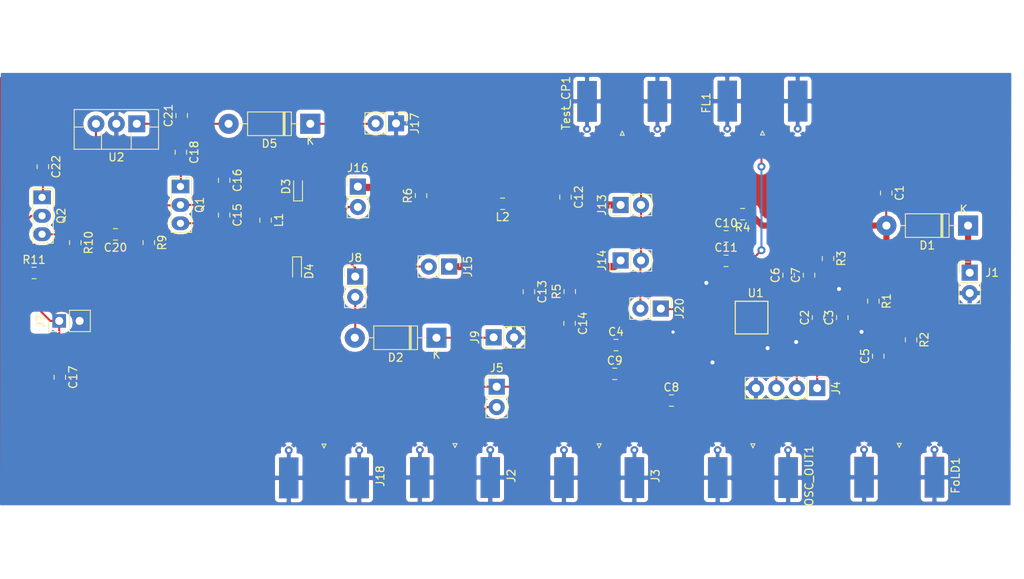
<source format=kicad_pcb>
(kicad_pcb (version 20171130) (host pcbnew "(5.0.2)-1")
  (layers (0 F.Cu signal) (31 B.Cu signal) (34 B.Paste user) (35 F.Paste user) (36 B.SilkS user) (37 F.SilkS user) (38 B.Mask user) (39 F.Mask user) (44 Edge.Cuts user))
  (net 0 "")
  (net 1 GND)
  (net 2 "Net-(C4-Pad1)")
  (net 3 "Net-(C8-Pad1)")
  (net 4 "Net-(C9-Pad2)")
  (net 5 PLL_Power)
  (net 6 "Net-(C12-Pad2)")
  (net 7 "Net-(C15-Pad1)")
  (net 8 "Net-(C15-Pad2)")
  (net 9 8V)
  (net 10 "Net-(C20-Pad2)")
  (net 11 "Net-(C21-Pad1)")
  (net 12 "Net-(D1-Pad1)")
  (net 13 "Net-(D2-Pad1)")
  (net 14 "Net-(D2-Pad2)")
  (net 15 "Net-(D3-Pad1)")
  (net 16 "Net-(D5-Pad1)")
  (net 17 "Net-(J2-Pad1)")
  (net 18 "Net-(J13-Pad2)")
  (net 19 "Net-(J16-Pad1)")
  (net 20 "Net-(L2-Pad2)")
  (net 21 V_uC)
  (net 22 Vp)
  (net 23 Vcc)
  (net 24 CE)
  (net 25 F_IN)
  (net 26 OSC_IN)
  (net 27 CPo)
  (net 28 LE)
  (net 29 Data)
  (net 30 FL)
  (net 31 FoLD)
  (net 32 OSC_OUT)
  (net 33 Clock)
  (net 34 "Net-(C13-Pad1)")
  (net 35 "Net-(C14-Pad1)")
  (net 36 "Net-(C17-Pad2)")
  (net 37 "Net-(C17-Pad1)")
  (module Capacitor_SMD:C_0805_2012Metric_Pad1.15x1.40mm_HandSolder (layer F.Cu) (at 88.7222 114.8805 270)
    (fp_text reference C17 (at 0 -1.65 270) (layer F.SilkS))
    (fp_text value 100nF)
    (pad 2 smd roundrect (at 1.025 0 270) (size 1.15 1.4) (layers F.Cu F.Paste F.Mask) (roundrect_rratio 0.217391) (net 36 "Net-(C17-Pad2)"))
    (pad 1 smd roundrect (at -1.025 0 270) (size 1.15 1.4) (layers F.Cu F.Paste F.Mask) (roundrect_rratio 0.217391) (net 37 "Net-(C17-Pad1)"))
  )
  (module Capacitor_SMD:C_0805_2012Metric_Pad1.15x1.40mm_HandSolder (layer F.Cu) (at 152.146 108.1622 270)
    (fp_text reference C14 (at 0 -1.65 270) (layer F.SilkS))
    (fp_text value C)
    (pad 1 smd roundrect (at -1.025 0 270) (size 1.15 1.4) (layers F.Cu F.Paste F.Mask) (roundrect_rratio 0.217391) (net 35 "Net-(C14-Pad1)"))
    (pad 2 smd roundrect (at 1.025 0 270) (size 1.15 1.4) (layers F.Cu F.Paste F.Mask) (roundrect_rratio 0.217391) (net 1 GND))
  )
  (module Package_TO_SOT_THT:TO-251-3_Vertical (layer F.Cu) (at 86.5124 92.4814 270)
    (fp_text reference Q2 (at 2.29 -2.39 270) (layer F.SilkS))
    (fp_text value Q_NJFET_DSG)
    (pad 3 thru_hole oval (at 4.58 0 270) (size 1.7175 2.2) (drill 0.9) (layers *.Cu *.Mask) (net 10 "Net-(C20-Pad2)"))
    (pad 2 thru_hole oval (at 2.29 0 270) (size 1.7175 2.2) (drill 0.9) (layers *.Cu *.Mask) (net 37 "Net-(C17-Pad1)"))
    (pad 1 thru_hole rect (at 0 0 270) (size 1.7175 2.2) (drill 0.9) (layers *.Cu *.Mask) (net 9 8V))
  )
  (module Package_TO_SOT_THT:TO-251-3_Vertical (layer F.Cu) (at 103.7336 91.1272 270)
    (fp_text reference Q1 (at 2.29 -2.39 270) (layer F.SilkS))
    (fp_text value Q_NJFET_DSG)
    (pad 1 thru_hole rect (at 0 0 270) (size 1.7 2.2) (drill 0.9) (layers *.Cu *.Mask) (net 9 8V))
    (pad 2 thru_hole oval (at 2.29 0 270) (size 1.7 2.2) (drill 0.9) (layers *.Cu *.Mask) (net 7 "Net-(C15-Pad1)"))
    (pad 3 thru_hole oval (at 4.58 0 270) (size 1.7 2.2) (drill 0.9) (layers *.Cu *.Mask) (net 8 "Net-(C15-Pad2)"))
  )
  (module Connector_Coaxial:SMA_Molex_73251-1153_EdgeMount_Horizontal (layer F.Cu) (at 193.167 125.6102 90)
    (fp_text reference FoLD1 (at -1.5 7 90) (layer F.SilkS))
    (fp_text value Conn_Coaxial)
    (pad 2 smd rect (at 1.27 4.38 90) (size 0.95 0.46) (layers B.Cu) (net 1 GND))
    (pad 2 smd rect (at 1.27 -4.38 90) (size 0.95 0.46) (layers B.Cu) (net 1 GND))
    (pad 2 smd rect (at 1.27 4.38 90) (size 0.95 0.46) (layers F.Cu) (net 1 GND))
    (pad 2 smd rect (at 1.27 -4.38 90) (size 0.95 0.46) (layers F.Cu) (net 1 GND))
    (pad 2 thru_hole circle (at 1.72 4.38 90) (size 0.97 0.97) (drill 0.46) (layers *.Cu) (net 1 GND))
    (pad 2 thru_hole circle (at 1.72 -4.38 90) (size 0.97 0.97) (drill 0.46) (layers *.Cu) (net 1 GND))
    (pad 2 smd rect (at -1.72 4.38 90) (size 5.08 2.42) (layers B.Cu B.Paste B.Mask) (net 1 GND))
    (pad 2 smd rect (at -1.72 -4.38 90) (size 5.08 2.42) (layers B.Cu B.Paste B.Mask) (net 1 GND))
    (pad 2 smd rect (at -1.72 4.38 90) (size 5.08 2.42) (layers F.Cu F.Paste F.Mask) (net 1 GND))
    (pad 2 smd rect (at -1.72 -4.38 90) (size 5.08 2.42) (layers F.Cu F.Paste F.Mask) (net 1 GND))
    (pad 1 smd rect (at -1.72 0 90) (size 5.08 2.29) (layers F.Cu F.Paste F.Mask) (net 31 FoLD))
  )
  (module Connector_Coaxial:SMA_Molex_73251-1153_EdgeMount_Horizontal (layer F.Cu) (at 176.149 82.2126 270)
    (fp_text reference FL1 (at -1.5 7 270) (layer F.SilkS))
    (fp_text value Conn_Coaxial)
    (pad 1 smd rect (at -1.72 0 270) (size 5.08 2.29) (layers F.Cu F.Paste F.Mask) (net 30 FL))
    (pad 2 smd rect (at -1.72 -4.38 270) (size 5.08 2.42) (layers F.Cu F.Paste F.Mask) (net 1 GND))
    (pad 2 smd rect (at -1.72 4.38 270) (size 5.08 2.42) (layers F.Cu F.Paste F.Mask) (net 1 GND))
    (pad 2 smd rect (at -1.72 -4.38 270) (size 5.08 2.42) (layers B.Cu B.Paste B.Mask) (net 1 GND))
    (pad 2 smd rect (at -1.72 4.38 270) (size 5.08 2.42) (layers B.Cu B.Paste B.Mask) (net 1 GND))
    (pad 2 thru_hole circle (at 1.72 -4.38 270) (size 0.97 0.97) (drill 0.46) (layers *.Cu) (net 1 GND))
    (pad 2 thru_hole circle (at 1.72 4.38 270) (size 0.97 0.97) (drill 0.46) (layers *.Cu) (net 1 GND))
    (pad 2 smd rect (at 1.27 -4.38 270) (size 0.95 0.46) (layers F.Cu) (net 1 GND))
    (pad 2 smd rect (at 1.27 4.38 270) (size 0.95 0.46) (layers F.Cu) (net 1 GND))
    (pad 2 smd rect (at 1.27 -4.38 270) (size 0.95 0.46) (layers B.Cu) (net 1 GND))
    (pad 2 smd rect (at 1.27 4.38 270) (size 0.95 0.46) (layers B.Cu) (net 1 GND))
  )
  (module Connector_Coaxial:SMA_Molex_73251-1153_EdgeMount_Horizontal (layer F.Cu) (at 158.6992 82.238 270)
    (fp_text reference Test_CP1 (at -1.5 7 270) (layer F.SilkS))
    (fp_text value Conn_Coaxial)
    (pad 2 smd rect (at 1.27 4.38 270) (size 0.95 0.46) (layers B.Cu) (net 1 GND))
    (pad 2 smd rect (at 1.27 -4.38 270) (size 0.95 0.46) (layers B.Cu) (net 1 GND))
    (pad 2 smd rect (at 1.27 4.38 270) (size 0.95 0.46) (layers F.Cu) (net 1 GND))
    (pad 2 smd rect (at 1.27 -4.38 270) (size 0.95 0.46) (layers F.Cu) (net 1 GND))
    (pad 2 thru_hole circle (at 1.72 4.38 270) (size 0.97 0.97) (drill 0.46) (layers *.Cu) (net 1 GND))
    (pad 2 thru_hole circle (at 1.72 -4.38 270) (size 0.97 0.97) (drill 0.46) (layers *.Cu) (net 1 GND))
    (pad 2 smd rect (at -1.72 4.38 270) (size 5.08 2.42) (layers B.Cu B.Paste B.Mask) (net 1 GND))
    (pad 2 smd rect (at -1.72 -4.38 270) (size 5.08 2.42) (layers B.Cu B.Paste B.Mask) (net 1 GND))
    (pad 2 smd rect (at -1.72 4.38 270) (size 5.08 2.42) (layers F.Cu F.Paste F.Mask) (net 1 GND))
    (pad 2 smd rect (at -1.72 -4.38 270) (size 5.08 2.42) (layers F.Cu F.Paste F.Mask) (net 1 GND))
    (pad 1 smd rect (at -1.72 0 270) (size 5.08 2.29) (layers F.Cu F.Paste F.Mask) (net 18 "Net-(J13-Pad2)"))
  )
  (module Connector_Coaxial:SMA_Molex_73251-1153_EdgeMount_Horizontal (layer F.Cu) (at 174.9552 125.661 90)
    (fp_text reference OSC_OUT1 (at -1.5 7 90) (layer F.SilkS))
    (fp_text value Conn_Coaxial)
    (pad 1 smd rect (at -1.72 0 90) (size 5.08 2.29) (layers F.Cu F.Paste F.Mask) (net 32 OSC_OUT))
    (pad 2 smd rect (at -1.72 -4.38 90) (size 5.08 2.42) (layers F.Cu F.Paste F.Mask) (net 1 GND))
    (pad 2 smd rect (at -1.72 4.38 90) (size 5.08 2.42) (layers F.Cu F.Paste F.Mask) (net 1 GND))
    (pad 2 smd rect (at -1.72 -4.38 90) (size 5.08 2.42) (layers B.Cu B.Paste B.Mask) (net 1 GND))
    (pad 2 smd rect (at -1.72 4.38 90) (size 5.08 2.42) (layers B.Cu B.Paste B.Mask) (net 1 GND))
    (pad 2 thru_hole circle (at 1.72 -4.38 90) (size 0.97 0.97) (drill 0.46) (layers *.Cu) (net 1 GND))
    (pad 2 thru_hole circle (at 1.72 4.38 90) (size 0.97 0.97) (drill 0.46) (layers *.Cu) (net 1 GND))
    (pad 2 smd rect (at 1.27 -4.38 90) (size 0.95 0.46) (layers F.Cu) (net 1 GND))
    (pad 2 smd rect (at 1.27 4.38 90) (size 0.95 0.46) (layers F.Cu) (net 1 GND))
    (pad 2 smd rect (at 1.27 -4.38 90) (size 0.95 0.46) (layers B.Cu) (net 1 GND))
    (pad 2 smd rect (at 1.27 4.38 90) (size 0.95 0.46) (layers B.Cu) (net 1 GND))
  )
  (module Capacitor_SMD:C_0805_2012Metric_Pad1.15x1.40mm_HandSolder (layer F.Cu) (at 191.5414 91.9316 270)
    (fp_text reference C1 (at 0 -1.65 270) (layer F.SilkS))
    (fp_text value C)
    (pad 1 smd roundrect (at -1.025 0 270) (size 1.15 1.4) (layers F.Cu F.Paste F.Mask) (roundrect_rratio 0.217391) (net 1 GND))
    (pad 2 smd roundrect (at 1.025 0 270) (size 1.15 1.4) (layers F.Cu F.Paste F.Mask) (roundrect_rratio 0.217391) (net 5 PLL_Power))
  )
  (module Capacitor_SMD:C_0805_2012Metric_Pad1.15x1.40mm_HandSolder (layer F.Cu) (at 183.0578 107.451 90)
    (fp_text reference C2 (at 0 -1.65 90) (layer F.SilkS))
    (fp_text value 100nF)
    (pad 1 smd roundrect (at -1.025 0 90) (size 1.15 1.4) (layers F.Cu F.Paste F.Mask) (roundrect_rratio 0.217391) (net 1 GND))
    (pad 2 smd roundrect (at 1.025 0 90) (size 1.15 1.4) (layers F.Cu F.Paste F.Mask) (roundrect_rratio 0.217391) (net 21 V_uC))
  )
  (module Capacitor_SMD:C_0805_2012Metric_Pad1.15x1.40mm_HandSolder (layer F.Cu) (at 186.0804 107.451 90)
    (fp_text reference C3 (at 0 -1.65 90) (layer F.SilkS))
    (fp_text value 100pF)
    (pad 2 smd roundrect (at 1.025 0 90) (size 1.15 1.4) (layers F.Cu F.Paste F.Mask) (roundrect_rratio 0.217391) (net 21 V_uC))
    (pad 1 smd roundrect (at -1.025 0 90) (size 1.15 1.4) (layers F.Cu F.Paste F.Mask) (roundrect_rratio 0.217391) (net 1 GND))
  )
  (module Capacitor_SMD:C_0805_2012Metric_Pad1.15x1.40mm_HandSolder (layer F.Cu) (at 157.9208 110.871)
    (fp_text reference C4 (at 0 -1.65) (layer F.SilkS))
    (fp_text value 1000pF)
    (pad 2 smd roundrect (at 1.025 0) (size 1.15 1.4) (layers F.Cu F.Paste F.Mask) (roundrect_rratio 0.217391) (net 25 F_IN))
    (pad 1 smd roundrect (at -1.025 0) (size 1.15 1.4) (layers F.Cu F.Paste F.Mask) (roundrect_rratio 0.217391) (net 2 "Net-(C4-Pad1)"))
  )
  (module Capacitor_SMD:C_0805_2012Metric_Pad1.15x1.40mm_HandSolder (layer F.Cu) (at 190.5508 112.2516 90)
    (fp_text reference C5 (at 0 -1.65 90) (layer F.SilkS))
    (fp_text value 100nF)
    (pad 2 smd roundrect (at 1.025 0 90) (size 1.15 1.4) (layers F.Cu F.Paste F.Mask) (roundrect_rratio 0.217391) (net 24 CE))
    (pad 1 smd roundrect (at -1.025 0 90) (size 1.15 1.4) (layers F.Cu F.Paste F.Mask) (roundrect_rratio 0.217391) (net 1 GND))
  )
  (module Capacitor_SMD:C_0805_2012Metric_Pad1.15x1.40mm_HandSolder (layer F.Cu) (at 179.4002 102.1678 90)
    (fp_text reference C6 (at 0 -1.65 90) (layer F.SilkS))
    (fp_text value 100nF)
    (pad 1 smd roundrect (at -1.025 0 90) (size 1.15 1.4) (layers F.Cu F.Paste F.Mask) (roundrect_rratio 0.217391) (net 1 GND))
    (pad 2 smd roundrect (at 1.025 0 90) (size 1.15 1.4) (layers F.Cu F.Paste F.Mask) (roundrect_rratio 0.217391) (net 23 Vcc))
  )
  (module Capacitor_SMD:C_0805_2012Metric_Pad1.15x1.40mm_HandSolder (layer F.Cu) (at 181.9402 102.1678 90)
    (fp_text reference C7 (at 0 -1.65 90) (layer F.SilkS))
    (fp_text value 100pF)
    (pad 1 smd roundrect (at -1.025 0 90) (size 1.15 1.4) (layers F.Cu F.Paste F.Mask) (roundrect_rratio 0.217391) (net 1 GND))
    (pad 2 smd roundrect (at 1.025 0 90) (size 1.15 1.4) (layers F.Cu F.Paste F.Mask) (roundrect_rratio 0.217391) (net 23 Vcc))
  )
  (module Capacitor_SMD:C_0805_2012Metric_Pad1.15x1.40mm_HandSolder (layer F.Cu) (at 164.8116 117.7798)
    (fp_text reference C8 (at 0 -1.65) (layer F.SilkS))
    (fp_text value 1000pF)
    (pad 2 smd roundrect (at 1.025 0) (size 1.15 1.4) (layers F.Cu F.Paste F.Mask) (roundrect_rratio 0.217391) (net 26 OSC_IN))
    (pad 1 smd roundrect (at -1.025 0) (size 1.15 1.4) (layers F.Cu F.Paste F.Mask) (roundrect_rratio 0.217391) (net 3 "Net-(C8-Pad1)"))
  )
  (module Capacitor_SMD:C_0805_2012Metric_Pad1.15x1.40mm_HandSolder (layer F.Cu) (at 157.7684 114.4524)
    (fp_text reference C9 (at 0 -1.65) (layer F.SilkS))
    (fp_text value 100nF)
    (pad 2 smd roundrect (at 1.025 0) (size 1.15 1.4) (layers F.Cu F.Paste F.Mask) (roundrect_rratio 0.217391) (net 4 "Net-(C9-Pad2)"))
    (pad 1 smd roundrect (at -1.025 0) (size 1.15 1.4) (layers F.Cu F.Paste F.Mask) (roundrect_rratio 0.217391) (net 1 GND))
  )
  (module Capacitor_SMD:C_0805_2012Metric_Pad1.15x1.40mm_HandSolder (layer F.Cu) (at 171.6188 97.3328)
    (fp_text reference C10 (at 0 -1.65) (layer F.SilkS))
    (fp_text value 100nF)
    (pad 2 smd roundrect (at 1.025 0) (size 1.15 1.4) (layers F.Cu F.Paste F.Mask) (roundrect_rratio 0.217391) (net 22 Vp))
    (pad 1 smd roundrect (at -1.025 0) (size 1.15 1.4) (layers F.Cu F.Paste F.Mask) (roundrect_rratio 0.217391) (net 1 GND))
  )
  (module Capacitor_SMD:C_0805_2012Metric_Pad1.15x1.40mm_HandSolder (layer F.Cu) (at 171.6188 100.3808)
    (fp_text reference C11 (at 0 -1.65) (layer F.SilkS))
    (fp_text value 100pF)
    (pad 1 smd roundrect (at -1.025 0) (size 1.15 1.4) (layers F.Cu F.Paste F.Mask) (roundrect_rratio 0.217391) (net 1 GND))
    (pad 2 smd roundrect (at 1.025 0) (size 1.15 1.4) (layers F.Cu F.Paste F.Mask) (roundrect_rratio 0.217391) (net 22 Vp))
  )
  (module Capacitor_SMD:C_0805_2012Metric_Pad1.15x1.40mm_HandSolder (layer F.Cu) (at 151.638 92.447 270)
    (fp_text reference C12 (at 0 -1.65 270) (layer F.SilkS))
    (fp_text value C)
    (pad 2 smd roundrect (at 1.025 0 270) (size 1.15 1.4) (layers F.Cu F.Paste F.Mask) (roundrect_rratio 0.217391) (net 6 "Net-(C12-Pad2)"))
    (pad 1 smd roundrect (at -1.025 0 270) (size 1.15 1.4) (layers F.Cu F.Paste F.Mask) (roundrect_rratio 0.217391) (net 1 GND))
  )
  (module Capacitor_SMD:C_0805_2012Metric_Pad1.15x1.40mm_HandSolder (layer F.Cu) (at 147.0914 104.2252 270)
    (fp_text reference C13 (at 0 -1.65 270) (layer F.SilkS))
    (fp_text value C)
    (pad 2 smd roundrect (at 1.025 0 270) (size 1.15 1.4) (layers F.Cu F.Paste F.Mask) (roundrect_rratio 0.217391) (net 1 GND))
    (pad 1 smd roundrect (at -1.025 0 270) (size 1.15 1.4) (layers F.Cu F.Paste F.Mask) (roundrect_rratio 0.217391) (net 34 "Net-(C13-Pad1)"))
  )
  (module Capacitor_SMD:C_0805_2012Metric_Pad1.15x1.40mm_HandSolder (layer F.Cu) (at 109.1692 94.6748 270)
    (fp_text reference C15 (at 0 -1.65 270) (layer F.SilkS))
    (fp_text value 120)
    (pad 1 smd roundrect (at -1.025 0 270) (size 1.15 1.4) (layers F.Cu F.Paste F.Mask) (roundrect_rratio 0.217391) (net 7 "Net-(C15-Pad1)"))
    (pad 2 smd roundrect (at 1.025 0 270) (size 1.15 1.4) (layers F.Cu F.Paste F.Mask) (roundrect_rratio 0.217391) (net 8 "Net-(C15-Pad2)"))
  )
  (module Capacitor_SMD:C_0805_2012Metric_Pad1.15x1.40mm_HandSolder (layer F.Cu) (at 109.1692 90.3478 270)
    (fp_text reference C16 (at 0 -1.65 270) (layer F.SilkS))
    (fp_text value 560)
    (pad 2 smd roundrect (at 1.025 0 270) (size 1.15 1.4) (layers F.Cu F.Paste F.Mask) (roundrect_rratio 0.217391) (net 7 "Net-(C15-Pad1)"))
    (pad 1 smd roundrect (at -1.025 0 270) (size 1.15 1.4) (layers F.Cu F.Paste F.Mask) (roundrect_rratio 0.217391) (net 1 GND))
  )
  (module Capacitor_SMD:C_0805_2012Metric_Pad1.15x1.40mm_HandSolder (layer F.Cu) (at 103.7844 86.859 270)
    (fp_text reference C18 (at 0 -1.65 270) (layer F.SilkS))
    (fp_text value 100nF)
    (pad 1 smd roundrect (at -1.025 0 270) (size 1.15 1.4) (layers F.Cu F.Paste F.Mask) (roundrect_rratio 0.217391) (net 1 GND))
    (pad 2 smd roundrect (at 1.025 0 270) (size 1.15 1.4) (layers F.Cu F.Paste F.Mask) (roundrect_rratio 0.217391) (net 9 8V))
  )
  (module Capacitor_SMD:C_0805_2012Metric_Pad1.15x1.40mm_HandSolder (layer F.Cu) (at 95.6474 97.0788 180)
    (fp_text reference C20 (at 0 -1.65 180) (layer F.SilkS))
    (fp_text value 100nF)
    (pad 1 smd roundrect (at -1.025 0 180) (size 1.15 1.4) (layers F.Cu F.Paste F.Mask) (roundrect_rratio 0.217391) (net 7 "Net-(C15-Pad1)"))
    (pad 2 smd roundrect (at 1.025 0 180) (size 1.15 1.4) (layers F.Cu F.Paste F.Mask) (roundrect_rratio 0.217391) (net 10 "Net-(C20-Pad2)"))
  )
  (module Capacitor_SMD:C_0805_2012Metric_Pad1.15x1.40mm_HandSolder (layer F.Cu) (at 103.886 82.287 90)
    (fp_text reference C21 (at 0 -1.65 90) (layer F.SilkS))
    (fp_text value 100nF)
    (pad 1 smd roundrect (at -1.025 0 90) (size 1.15 1.4) (layers F.Cu F.Paste F.Mask) (roundrect_rratio 0.217391) (net 11 "Net-(C21-Pad1)"))
    (pad 2 smd roundrect (at 1.025 0 90) (size 1.15 1.4) (layers F.Cu F.Paste F.Mask) (roundrect_rratio 0.217391) (net 1 GND))
  )
  (module Capacitor_SMD:C_0805_2012Metric_Pad1.15x1.40mm_HandSolder (layer F.Cu) (at 86.614 88.655 270)
    (fp_text reference C22 (at 0 -1.65 270) (layer F.SilkS))
    (fp_text value 100nF)
    (pad 1 smd roundrect (at -1.025 0 270) (size 1.15 1.4) (layers F.Cu F.Paste F.Mask) (roundrect_rratio 0.217391) (net 1 GND))
    (pad 2 smd roundrect (at 1.025 0 270) (size 1.15 1.4) (layers F.Cu F.Paste F.Mask) (roundrect_rratio 0.217391) (net 9 8V))
  )
  (module Diode_THT:D_DO-41_SOD81_P10.16mm_Horizontal (layer F.Cu) (at 201.7268 95.9866 180)
    (fp_text reference D1 (at 5.08 -2.47 180) (layer F.SilkS))
    (fp_text value DIODE)
    (fp_text user K (at 0.5588 2.0066 180) (layer F.SilkS))
    (pad 1 thru_hole rect (at 0 0 180) (size 2.5 2.5) (drill 1) (layers *.Cu *.Mask) (net 12 "Net-(D1-Pad1)"))
    (pad 2 thru_hole oval (at 10.16 0 180) (size 2.5 2.5) (drill 1) (layers *.Cu *.Mask) (net 5 PLL_Power))
  )
  (module Diode_THT:D_DO-41_SOD81_P10.16mm_Horizontal (layer F.Cu) (at 135.5852 109.9566 180)
    (fp_text reference D2 (at 5.08 -2.47 180) (layer F.SilkS))
    (fp_text value DIODE)
    (fp_text user K (at 0 -2.1 180) (layer F.SilkS))
    (pad 1 thru_hole rect (at 0 0 180) (size 2.5 2.5) (drill 1) (layers *.Cu *.Mask) (net 13 "Net-(D2-Pad1)"))
    (pad 2 thru_hole oval (at 10.16 0 180) (size 2.5 2.5) (drill 1) (layers *.Cu *.Mask) (net 14 "Net-(D2-Pad2)"))
  )
  (module Diode_SMD:D_SC-80_HandSoldering (layer F.Cu) (at 118.364 91.1176 90)
    (fp_text reference D3 (at 0 -1.5 90) (layer F.SilkS))
    (fp_text value D_Capacitance)
    (pad 1 smd rect (at -1.1 0 90) (size 1.1 0.6) (layers F.Cu F.Paste F.Mask) (net 15 "Net-(D3-Pad1)"))
    (pad 2 smd rect (at 1.1 0 90) (size 1.1 0.6) (layers F.Cu F.Paste F.Mask) (net 8 "Net-(C15-Pad2)"))
  )
  (module Diode_SMD:D_SC-80_HandSoldering (layer F.Cu) (at 118.237 101.684 270)
    (fp_text reference D4 (at 0 -1.5 270) (layer F.SilkS))
    (fp_text value D_Capacitance)
    (pad 2 smd rect (at 1.1 0 270) (size 1.1 0.6) (layers F.Cu F.Paste F.Mask) (net 1 GND))
    (pad 1 smd rect (at -1.1 0 270) (size 1.1 0.6) (layers F.Cu F.Paste F.Mask) (net 15 "Net-(D3-Pad1)"))
  )
  (module Diode_THT:D_DO-41_SOD81_P10.16mm_Horizontal (layer F.Cu) (at 119.888 83.312 180)
    (fp_text reference D5 (at 5.08 -2.47 180) (layer F.SilkS))
    (fp_text value DIODE)
    (fp_text user K (at 0 -2.1 180) (layer F.SilkS))
    (pad 2 thru_hole oval (at 10.16 0 180) (size 2.5 2.5) (drill 1) (layers *.Cu *.Mask) (net 11 "Net-(C21-Pad1)"))
    (pad 1 thru_hole rect (at 0 0 180) (size 2.5 2.5) (drill 1) (layers *.Cu *.Mask) (net 16 "Net-(D5-Pad1)"))
  )
  (module Connector_PinHeader_2.54mm:PinHeader_1x02_P2.54mm_Vertical (layer F.Cu) (at 201.93 101.854)
    (fp_text reference J1 (at 2.794 0) (layer F.SilkS))
    (fp_text value Conn_01x02_Male)
    (pad 2 thru_hole oval (at 0 2.54) (size 2 2) (drill 1) (layers *.Cu *.Mask) (net 1 GND))
    (pad 1 thru_hole rect (at 0 0) (size 2 2) (drill 1) (layers *.Cu *.Mask) (net 12 "Net-(D1-Pad1)"))
  )
  (module Connector_Coaxial:SMA_Molex_73251-1153_EdgeMount_Horizontal (layer F.Cu) (at 137.8966 125.6356 90)
    (fp_text reference J2 (at -1.5 7 90) (layer F.SilkS))
    (fp_text value Conn_Coaxial)
    (pad 2 smd rect (at 1.27 4.38 90) (size 0.95 0.46) (layers B.Cu) (net 1 GND))
    (pad 2 smd rect (at 1.27 -4.38 90) (size 0.95 0.46) (layers B.Cu) (net 1 GND))
    (pad 2 smd rect (at 1.27 4.38 90) (size 0.95 0.46) (layers F.Cu) (net 1 GND))
    (pad 2 smd rect (at 1.27 -4.38 90) (size 0.95 0.46) (layers F.Cu) (net 1 GND))
    (pad 2 thru_hole circle (at 1.72 4.38 90) (size 0.97 0.97) (drill 0.46) (layers *.Cu) (net 1 GND))
    (pad 2 thru_hole circle (at 1.72 -4.38 90) (size 0.97 0.97) (drill 0.46) (layers *.Cu) (net 1 GND))
    (pad 2 smd rect (at -1.72 4.38 90) (size 5.08 2.42) (layers B.Cu B.Paste B.Mask) (net 1 GND))
    (pad 2 smd rect (at -1.72 -4.38 90) (size 5.08 2.42) (layers B.Cu B.Paste B.Mask) (net 1 GND))
    (pad 2 smd rect (at -1.72 4.38 90) (size 5.08 2.42) (layers F.Cu F.Paste F.Mask) (net 1 GND))
    (pad 2 smd rect (at -1.72 -4.38 90) (size 5.08 2.42) (layers F.Cu F.Paste F.Mask) (net 1 GND))
    (pad 1 smd rect (at -1.72 0 90) (size 5.08 2.29) (layers F.Cu F.Paste F.Mask) (net 17 "Net-(J2-Pad1)"))
  )
  (module Connector_Coaxial:SMA_Molex_73251-1153_EdgeMount_Horizontal (layer F.Cu) (at 155.829 125.661 90)
    (fp_text reference J3 (at -1.5 7 90) (layer F.SilkS))
    (fp_text value Conn_Coaxial)
    (pad 1 smd rect (at -1.72 0 90) (size 5.08 2.29) (layers F.Cu F.Paste F.Mask) (net 3 "Net-(C8-Pad1)"))
    (pad 2 smd rect (at -1.72 -4.38 90) (size 5.08 2.42) (layers F.Cu F.Paste F.Mask) (net 1 GND))
    (pad 2 smd rect (at -1.72 4.38 90) (size 5.08 2.42) (layers F.Cu F.Paste F.Mask) (net 1 GND))
    (pad 2 smd rect (at -1.72 -4.38 90) (size 5.08 2.42) (layers B.Cu B.Paste B.Mask) (net 1 GND))
    (pad 2 smd rect (at -1.72 4.38 90) (size 5.08 2.42) (layers B.Cu B.Paste B.Mask) (net 1 GND))
    (pad 2 thru_hole circle (at 1.72 -4.38 90) (size 0.97 0.97) (drill 0.46) (layers *.Cu) (net 1 GND))
    (pad 2 thru_hole circle (at 1.72 4.38 90) (size 0.97 0.97) (drill 0.46) (layers *.Cu) (net 1 GND))
    (pad 2 smd rect (at 1.27 -4.38 90) (size 0.95 0.46) (layers F.Cu) (net 1 GND))
    (pad 2 smd rect (at 1.27 4.38 90) (size 0.95 0.46) (layers F.Cu) (net 1 GND))
    (pad 2 smd rect (at 1.27 -4.38 90) (size 0.95 0.46) (layers B.Cu) (net 1 GND))
    (pad 2 smd rect (at 1.27 4.38 90) (size 0.95 0.46) (layers B.Cu) (net 1 GND))
  )
  (module Connector_PinHeader_2.54mm:PinHeader_1x04_P2.54mm_Vertical (layer F.Cu) (at 182.9562 116.2304 270)
    (fp_text reference J4 (at 0 -2.33 270) (layer F.SilkS))
    (fp_text value Conn_01x04_Male)
    (pad 1 thru_hole rect (at 0 0 270) (size 2 2) (drill 1) (layers *.Cu *.Mask) (net 28 LE))
    (pad 2 thru_hole oval (at 0 2.54 270) (size 2 2) (drill 1) (layers *.Cu *.Mask) (net 29 Data))
    (pad 3 thru_hole oval (at 0 5.08 270) (size 2 2) (drill 1) (layers *.Cu *.Mask) (net 33 Clock))
    (pad 4 thru_hole oval (at 0 7.62 270) (size 2 2) (drill 1) (layers *.Cu *.Mask) (net 1 GND))
  )
  (module Connector_PinHeader_2.54mm:PinHeader_1x02_P2.54mm_Vertical (layer F.Cu) (at 143.0782 116.0526)
    (fp_text reference J5 (at 0 -2.33) (layer F.SilkS))
    (fp_text value Conn_01x02_Male)
    (pad 1 thru_hole rect (at 0 0) (size 2 2) (drill 1) (layers *.Cu *.Mask) (net 2 "Net-(C4-Pad1)"))
    (pad 2 thru_hole oval (at 0 2.54) (size 2 2) (drill 1) (layers *.Cu *.Mask) (net 17 "Net-(J2-Pad1)"))
  )
  (module Connector_PinHeader_2.54mm:PinHeader_1x02_P2.54mm_Vertical (layer F.Cu) (at 88.646 107.8611 90)
    (fp_text reference J7 (at 0 -2.33 90) (layer F.SilkS))
    (fp_text value Conn_01x02_Male)
    (pad 2 thru_hole oval (at 0 2.54 90) (size 1.7 1.7) (drill 1) (layers *.Cu *.Mask) (net 2 "Net-(C4-Pad1)"))
    (pad 1 thru_hole rect (at 0 0 90) (size 1.7 1.7) (drill 1) (layers *.Cu *.Mask) (net 37 "Net-(C17-Pad1)"))
  )
  (module Connector_PinHeader_2.54mm:PinHeader_1x02_P2.54mm_Vertical (layer F.Cu) (at 125.476 102.3366)
    (fp_text reference J8 (at 0 -2.33) (layer F.SilkS))
    (fp_text value Conn_01x02_Male)
    (pad 1 thru_hole rect (at 0 0) (size 2 2) (drill 1) (layers *.Cu *.Mask) (net 15 "Net-(D3-Pad1)"))
    (pad 2 thru_hole oval (at 0 2.54) (size 2 2) (drill 1) (layers *.Cu *.Mask) (net 14 "Net-(D2-Pad2)"))
  )
  (module Connector_PinHeader_2.54mm:PinHeader_1x02_P2.54mm_Vertical (layer F.Cu) (at 142.6972 109.9058 90)
    (fp_text reference J9 (at 0 -2.33 90) (layer F.SilkS))
    (fp_text value Conn_01x02_Male)
    (pad 1 thru_hole rect (at 0 0 90) (size 2 2) (drill 1) (layers *.Cu *.Mask) (net 13 "Net-(D2-Pad1)"))
    (pad 2 thru_hole oval (at 0 2.54 90) (size 2 2) (drill 1) (layers *.Cu *.Mask) (net 1 GND))
  )
  (module Connector_PinHeader_2.54mm:PinHeader_1x02_P2.54mm_Vertical (layer F.Cu) (at 158.496 93.4212 90)
    (fp_text reference J13 (at 0 -2.33 90) (layer F.SilkS))
    (fp_text value Conn_01x02_Male)
    (pad 2 thru_hole oval (at 0 2.54 90) (size 2 2) (drill 1) (layers *.Cu *.Mask) (net 18 "Net-(J13-Pad2)"))
    (pad 1 thru_hole rect (at 0 0 90) (size 2 2) (drill 1) (layers *.Cu *.Mask) (net 6 "Net-(C12-Pad2)"))
  )
  (module Connector_PinHeader_2.54mm:PinHeader_1x02_P2.54mm_Vertical (layer F.Cu) (at 158.496 100.33 90)
    (fp_text reference J14 (at 0 -2.33 90) (layer F.SilkS))
    (fp_text value Conn_01x02_Male)
    (pad 1 thru_hole rect (at 0 0 90) (size 2 2) (drill 1) (layers *.Cu *.Mask) (net 34 "Net-(C13-Pad1)"))
    (pad 2 thru_hole oval (at 0 2.54 90) (size 2 2) (drill 1) (layers *.Cu *.Mask) (net 18 "Net-(J13-Pad2)"))
  )
  (module Connector_PinHeader_2.54mm:PinHeader_1x02_P2.54mm_Vertical (layer F.Cu) (at 137.16 101.092 270)
    (fp_text reference J15 (at 0 -2.33 270) (layer F.SilkS))
    (fp_text value Conn_01x02_Male)
    (pad 2 thru_hole oval (at 0 2.54 270) (size 2 2) (drill 1) (layers *.Cu *.Mask) (net 15 "Net-(D3-Pad1)"))
    (pad 1 thru_hole rect (at 0 0 270) (size 2 2) (drill 1) (layers *.Cu *.Mask) (net 34 "Net-(C13-Pad1)"))
  )
  (module Connector_PinHeader_2.54mm:PinHeader_1x02_P2.54mm_Vertical (layer F.Cu) (at 125.8062 91.1352)
    (fp_text reference J16 (at 0 -2.33) (layer F.SilkS))
    (fp_text value Conn_01x02_Male)
    (pad 1 thru_hole rect (at 0 0) (size 2 2) (drill 1) (layers *.Cu *.Mask) (net 19 "Net-(J16-Pad1)"))
    (pad 2 thru_hole oval (at 0 2.54) (size 2 2) (drill 1) (layers *.Cu *.Mask) (net 15 "Net-(D3-Pad1)"))
  )
  (module Connector_PinHeader_2.54mm:PinHeader_1x02_P2.54mm_Vertical (layer F.Cu) (at 130.556 83.2612 270)
    (fp_text reference J17 (at 0 -2.33 270) (layer F.SilkS))
    (fp_text value Conn_01x02_Male)
    (pad 1 thru_hole rect (at 0 0 270) (size 2 2) (drill 1) (layers *.Cu *.Mask) (net 1 GND))
    (pad 2 thru_hole oval (at 0 2.54 270) (size 2 2) (drill 1) (layers *.Cu *.Mask) (net 16 "Net-(D5-Pad1)"))
  )
  (module Connector_Coaxial:SMA_Molex_73251-1153_EdgeMount_Horizontal (layer F.Cu) (at 121.5898 125.6864 90)
    (fp_text reference J18 (at -1.5 7 90) (layer F.SilkS))
    (fp_text value Conn_Coaxial)
    (pad 1 smd rect (at -1.72 0 90) (size 5.08 2.29) (layers F.Cu F.Paste F.Mask) (net 36 "Net-(C17-Pad2)"))
    (pad 2 smd rect (at -1.72 -4.38 90) (size 5.08 2.42) (layers F.Cu F.Paste F.Mask) (net 1 GND))
    (pad 2 smd rect (at -1.72 4.38 90) (size 5.08 2.42) (layers F.Cu F.Paste F.Mask) (net 1 GND))
    (pad 2 smd rect (at -1.72 -4.38 90) (size 5.08 2.42) (layers B.Cu B.Paste B.Mask) (net 1 GND))
    (pad 2 smd rect (at -1.72 4.38 90) (size 5.08 2.42) (layers B.Cu B.Paste B.Mask) (net 1 GND))
    (pad 2 thru_hole circle (at 1.72 -4.38 90) (size 0.97 0.97) (drill 0.46) (layers *.Cu) (net 1 GND))
    (pad 2 thru_hole circle (at 1.72 4.38 90) (size 0.97 0.97) (drill 0.46) (layers *.Cu) (net 1 GND))
    (pad 2 smd rect (at 1.27 -4.38 90) (size 0.95 0.46) (layers F.Cu) (net 1 GND))
    (pad 2 smd rect (at 1.27 4.38 90) (size 0.95 0.46) (layers F.Cu) (net 1 GND))
    (pad 2 smd rect (at 1.27 -4.38 90) (size 0.95 0.46) (layers B.Cu) (net 1 GND))
    (pad 2 smd rect (at 1.27 4.38 90) (size 0.95 0.46) (layers B.Cu) (net 1 GND))
  )
  (module Connector_PinHeader_2.54mm:PinHeader_1x02_P2.54mm_Vertical (layer F.Cu) (at 163.4998 106.3244 270)
    (fp_text reference J20 (at 0 -2.33 270) (layer F.SilkS))
    (fp_text value Conn_01x02_Male)
    (pad 2 thru_hole oval (at 0 2.54 270) (size 2 2) (drill 1) (layers *.Cu *.Mask) (net 18 "Net-(J13-Pad2)"))
    (pad 1 thru_hole rect (at 0 0 270) (size 2 2) (drill 1) (layers *.Cu *.Mask) (net 27 CPo))
  )
  (module Inductor_SMD:L_0805_2012Metric_Pad1.15x1.40mm_HandSolder (layer F.Cu) (at 114.3254 95.3098 270)
    (fp_text reference L1 (at 0 -1.65 270) (layer F.SilkS))
    (fp_text value 1.8uH)
    (pad 2 smd roundrect (at 1.025 0 270) (size 1.15 1.4) (layers F.Cu F.Paste F.Mask) (roundrect_rratio 0.217391) (net 1 GND))
    (pad 1 smd roundrect (at -1.025 0 270) (size 1.15 1.4) (layers F.Cu F.Paste F.Mask) (roundrect_rratio 0.217391) (net 8 "Net-(C15-Pad2)"))
  )
  (module Inductor_SMD:L_0805_2012Metric_Pad1.15x1.40mm_HandSolder (layer F.Cu) (at 143.818044 93.27389 180)
    (fp_text reference L2 (at 0 -1.65 180) (layer F.SilkS))
    (fp_text value INDUCTOR)
    (pad 1 smd roundrect (at -1.025 0 180) (size 1.15 1.4) (layers F.Cu F.Paste F.Mask) (roundrect_rratio 0.217391) (net 6 "Net-(C12-Pad2)"))
    (pad 2 smd roundrect (at 1.025 0 180) (size 1.15 1.4) (layers F.Cu F.Paste F.Mask) (roundrect_rratio 0.217391) (net 20 "Net-(L2-Pad2)"))
  )
  (module Resistor_SMD:R_0805_2012Metric_Pad1.15x1.40mm_HandSolder (layer F.Cu) (at 189.9412 105.3936 270)
    (fp_text reference R1 (at 0 -1.65 270) (layer F.SilkS))
    (fp_text value 18)
    (pad 1 smd roundrect (at -1.025 0 270) (size 1.15 1.4) (layers F.Cu F.Paste F.Mask) (roundrect_rratio 0.217391) (net 5 PLL_Power))
    (pad 2 smd roundrect (at 1.025 0 270) (size 1.15 1.4) (layers F.Cu F.Paste F.Mask) (roundrect_rratio 0.217391) (net 21 V_uC))
  )
  (module Resistor_SMD:R_0805_2012Metric_Pad1.15x1.40mm_HandSolder (layer F.Cu) (at 194.6402 110.2196 270)
    (fp_text reference R2 (at 0 -1.65 270) (layer F.SilkS))
    (fp_text value 10k)
    (pad 2 smd roundrect (at 1.025 0 270) (size 1.15 1.4) (layers F.Cu F.Paste F.Mask) (roundrect_rratio 0.217391) (net 24 CE))
    (pad 1 smd roundrect (at -1.025 0 270) (size 1.15 1.4) (layers F.Cu F.Paste F.Mask) (roundrect_rratio 0.217391) (net 5 PLL_Power))
  )
  (module Resistor_SMD:R_0805_2012Metric_Pad1.15x1.40mm_HandSolder (layer F.Cu) (at 184.3024 100.085 270)
    (fp_text reference R3 (at 0 -1.65 270) (layer F.SilkS))
    (fp_text value 18)
    (pad 2 smd roundrect (at 1.025 0 270) (size 1.15 1.4) (layers F.Cu F.Paste F.Mask) (roundrect_rratio 0.217391) (net 23 Vcc))
    (pad 1 smd roundrect (at -1.025 0 270) (size 1.15 1.4) (layers F.Cu F.Paste F.Mask) (roundrect_rratio 0.217391) (net 5 PLL_Power))
  )
  (module Resistor_SMD:R_0805_2012Metric_Pad1.15x1.40mm_HandSolder (layer F.Cu) (at 173.6762 94.5642 180)
    (fp_text reference R4 (at 0 -1.65 180) (layer F.SilkS))
    (fp_text value 18)
    (pad 1 smd roundrect (at -1.025 0 180) (size 1.15 1.4) (layers F.Cu F.Paste F.Mask) (roundrect_rratio 0.217391) (net 5 PLL_Power))
    (pad 2 smd roundrect (at 1.025 0 180) (size 1.15 1.4) (layers F.Cu F.Paste F.Mask) (roundrect_rratio 0.217391) (net 22 Vp))
  )
  (module Resistor_SMD:R_0805_2012Metric_Pad1.15x1.40mm_HandSolder (layer F.Cu) (at 152.1714 104.1998 90)
    (fp_text reference R5 (at 0 -1.65 90) (layer F.SilkS))
    (fp_text value R)
    (pad 2 smd roundrect (at 1.025 0 90) (size 1.15 1.4) (layers F.Cu F.Paste F.Mask) (roundrect_rratio 0.217391) (net 34 "Net-(C13-Pad1)"))
    (pad 1 smd roundrect (at -1.025 0 90) (size 1.15 1.4) (layers F.Cu F.Paste F.Mask) (roundrect_rratio 0.217391) (net 35 "Net-(C14-Pad1)"))
  )
  (module Resistor_SMD:R_0805_2012Metric_Pad1.15x1.40mm_HandSolder (layer F.Cu) (at 133.667044 92.25789 90)
    (fp_text reference R6 (at 0 -1.65 90) (layer F.SilkS))
    (fp_text value R)
    (pad 2 smd roundrect (at 1.025 0 90) (size 1.15 1.4) (layers F.Cu F.Paste F.Mask) (roundrect_rratio 0.217391) (net 19 "Net-(J16-Pad1)"))
    (pad 1 smd roundrect (at -1.025 0 90) (size 1.15 1.4) (layers F.Cu F.Paste F.Mask) (roundrect_rratio 0.217391) (net 20 "Net-(L2-Pad2)"))
  )
  (module Resistor_SMD:R_0805_2012Metric_Pad1.15x1.40mm_HandSolder (layer F.Cu) (at 99.7966 98.1038 270)
    (fp_text reference R9 (at 0 -1.65 270) (layer F.SilkS))
    (fp_text value 3.3k)
    (pad 1 smd roundrect (at -1.025 0 270) (size 1.15 1.4) (layers F.Cu F.Paste F.Mask) (roundrect_rratio 0.217391) (net 7 "Net-(C15-Pad1)"))
    (pad 2 smd roundrect (at 1.025 0 270) (size 1.15 1.4) (layers F.Cu F.Paste F.Mask) (roundrect_rratio 0.217391) (net 1 GND))
  )
  (module Resistor_SMD:R_0805_2012Metric_Pad1.15x1.40mm_HandSolder (layer F.Cu) (at 90.6526 98.1038 270)
    (fp_text reference R10 (at 0 -1.65 270) (layer F.SilkS))
    (fp_text value 1Meg)
    (pad 1 smd roundrect (at -1.025 0 270) (size 1.15 1.4) (layers F.Cu F.Paste F.Mask) (roundrect_rratio 0.217391) (net 10 "Net-(C20-Pad2)"))
    (pad 2 smd roundrect (at 1.025 0 270) (size 1.15 1.4) (layers F.Cu F.Paste F.Mask) (roundrect_rratio 0.217391) (net 1 GND))
  )
  (module Resistor_SMD:R_0805_2012Metric_Pad1.15x1.40mm_HandSolder (layer F.Cu) (at 85.5181 101.8921)
    (fp_text reference R11 (at 0 -1.65) (layer F.SilkS))
    (fp_text value 3.3k)
    (pad 2 smd roundrect (at 1.025 0) (size 1.15 1.4) (layers F.Cu F.Paste F.Mask) (roundrect_rratio 0.217391) (net 1 GND))
    (pad 1 smd roundrect (at -1.025 0) (size 1.15 1.4) (layers F.Cu F.Paste F.Mask) (roundrect_rratio 0.217391) (net 37 "Net-(C17-Pad1)"))
  )
  (module LMX231X:LMX231X (layer F.Cu) (at 175.3006 103.8912)
    (fp_text reference U1 (at 0 0.5) (layer F.SilkS))
    (fp_text value LMX231X)
    (pad 1 smd rect (at -2 2) (size 0.45 0.3) (layers F.Cu F.Paste F.Mask) (net 1 GND))
    (pad 2 smd rect (at -2 2.5) (size 0.45 0.3) (layers F.Cu F.Paste F.Mask) (net 27 CPo))
    (pad 3 smd rect (at -2 3) (size 0.45 0.3) (layers F.Cu F.Paste F.Mask) (net 1 GND))
    (pad 4 smd rect (at -2 3.5) (size 0.45 0.3) (layers F.Cu F.Paste F.Mask) (net 25 F_IN))
    (pad 5 smd rect (at -2 4) (size 0.45 0.3) (layers F.Cu F.Paste F.Mask) (net 4 "Net-(C9-Pad2)"))
    (pad 6 smd rect (at -2 4.5) (size 0.45 0.3) (layers F.Cu F.Paste F.Mask) (net 26 OSC_IN))
    (pad 7 smd rect (at -2 5) (size 0.45 0.3) (layers F.Cu F.Paste F.Mask) (net 1 GND))
    (pad 17 smd rect (at 0.95 2) (size 0.45 0.3) (layers F.Cu F.Paste F.Mask) (net 1 GND))
    (pad 16 smd rect (at 0.95 2.5) (size 0.45 0.3) (layers F.Cu F.Paste F.Mask) (net 21 V_uC))
    (pad 15 smd rect (at 0.95 3) (size 0.45 0.3) (layers F.Cu F.Paste F.Mask) (net 24 CE))
    (pad 14 smd rect (at 0.95 3.5) (size 0.45 0.3) (layers F.Cu F.Paste F.Mask) (net 1 GND))
    (pad 13 smd rect (at 0.95 4) (size 0.45 0.3) (layers F.Cu F.Paste F.Mask) (net 28 LE))
    (pad 12 smd rect (at 0.95 4.5) (size 0.45 0.3) (layers F.Cu F.Paste F.Mask) (net 29 Data))
    (pad 11 smd rect (at 0.95 5) (size 0.45 0.3) (layers F.Cu F.Paste F.Mask) (net 1 GND))
    (pad 19 smd rect (at -0.525 2.025 90) (size 0.45 0.3) (layers F.Cu F.Paste F.Mask) (net 30 FL))
    (pad 9 smd rect (at -0.525 4.975 90) (size 0.45 0.3) (layers F.Cu F.Paste F.Mask) (net 31 FoLD))
    (pad 20 smd rect (at -1.025 2.025 90) (size 0.45 0.3) (layers F.Cu F.Paste F.Mask) (net 22 Vp))
    (pad 18 smd rect (at -0.025 2.025 90) (size 0.45 0.3) (layers F.Cu F.Paste F.Mask) (net 23 Vcc))
    (pad 8 smd rect (at -1.025 4.975 90) (size 0.45 0.3) (layers F.Cu F.Paste F.Mask) (net 32 OSC_OUT))
    (pad 10 smd rect (at -0.025 4.975 90) (size 0.45 0.3) (layers F.Cu F.Paste F.Mask) (net 33 Clock))
  )
  (module Package_TO_SOT_THT:TO-220F-3_Vertical (layer F.Cu) (at 98.298 83.312 180)
    (fp_text reference U2 (at 2.54 -4.1675 180) (layer F.SilkS))
    (fp_text value L7808)
    (pad 1 thru_hole rect (at 0 0 180) (size 2.1 2.1) (drill 1) (layers *.Cu *.Mask) (net 11 "Net-(C21-Pad1)"))
    (pad 2 thru_hole oval (at 2.54 0 180) (size 2.1 2.1) (drill 1) (layers *.Cu *.Mask) (net 1 GND))
    (pad 3 thru_hole oval (at 5.08 0 180) (size 2.1 2.1) (drill 1) (layers *.Cu *.Mask) (net 9 8V))
  )
  (gr_text "LRC Filter" (at 143.51 88.9) (layer F.Cu) (effects (font (size 1.5 1.5) (thickness 0.3))))
  (gr_text "RC Filter" (at 144.78 98.044) (layer F.Cu) (effects (font (size 1.5 1.5) (thickness 0.3))))
  (gr_text Tuning (at 133.858 106.68) (layer F.Cu) (effects (font (size 1.5 1.5) (thickness 0.3))))
  (via (at 176.784 111.252) (size 0.8) (drill 0.5) (layers F.Cu B.Cu) (net 1))
  (segment (start 176.2506 110.7186) (end 176.784 111.252) (width 0.762) (layer F.Cu) (net 1))
  (segment (start 176.2506 108.8912) (end 176.2506 110.7186) (width 0.25) (layer F.Cu) (net 1))
  (via (at 185.674 103.886) (size 0.8) (drill 0.5) (layers F.Cu B.Cu) (net 1))
  (segment (start 176.2506 105.8912) (end 178.0808 105.8912) (width 0.25) (layer F.Cu) (net 1))
  (segment (start 178.0808 105.8912) (end 179.324 104.648) (width 0.25) (layer F.Cu) (net 1))
  (segment (start 184.912 104.648) (end 185.674 103.886) (width 0.762) (layer F.Cu) (net 1))
  (segment (start 179.324 104.648) (end 184.912 104.648) (width 0.25) (layer F.Cu) (net 1))
  (segment (start 173.2256 108.8912) (end 169.926 112.1908) (width 0.25) (layer F.Cu) (net 1))
  (segment (start 173.3006 108.8912) (end 173.2256 108.8912) (width 0.25) (layer F.Cu) (net 1))
  (segment (start 169.926 112.1908) (end 169.926 113.03) (width 0.762) (layer F.Cu) (net 1))
  (segment (start 172.8256 105.8912) (end 170.0584 103.124) (width 0.25) (layer F.Cu) (net 1))
  (segment (start 173.3006 105.8912) (end 172.8256 105.8912) (width 0.25) (layer F.Cu) (net 1))
  (segment (start 170.0584 103.124) (end 169.164 103.124) (width 0.762) (layer F.Cu) (net 1))
  (segment (start 177.49802 107.3912) (end 179.578 109.47118) (width 0.25) (layer F.Cu) (net 1))
  (segment (start 176.2506 107.3912) (end 177.49802 107.3912) (width 0.25) (layer F.Cu) (net 1))
  (segment (start 179.578 109.47118) (end 179.578 109.728) (width 0.25) (layer F.Cu) (net 1))
  (segment (start 179.578 109.728) (end 180.34 110.49) (width 0.762) (layer F.Cu) (net 1))
  (via (at 188.468 109.22) (size 0.8) (drill 0.5) (layers F.Cu B.Cu) (net 1))
  (segment (start 180.5798 83.7112) (end 180.5798 80.2712) (width 0.25) (layer F.Cu) (net 1))
  (segment (start 171.8198 83.2612) (end 171.8198 80.2712) (width 0.25) (layer F.Cu) (net 1))
  (segment (start 171.8198 83.7112) (end 171.8198 80.2712) (width 0.25) (layer F.Cu) (net 1))
  (segment (start 163.0792 83.8564) (end 163.0792 80.4164) (width 0.25) (layer F.Cu) (net 1))
  (segment (start 154.3192 80.4164) (end 154.3192 83.8564) (width 0.25) (layer F.Cu) (net 1))
  (segment (start 160.209 123.8394) (end 160.209 127.2794) (width 0.25) (layer F.Cu) (net 1))
  (segment (start 151.449 123.8394) (end 151.449 127.2794) (width 0.25) (layer F.Cu) (net 1))
  (segment (start 142.302 124.068) (end 142.302 127.508) (width 0.25) (layer F.Cu) (net 1))
  (segment (start 133.542 124.068) (end 133.542 127.508) (width 0.25) (layer F.Cu) (net 1))
  (segment (start 126.046 124.322) (end 126.046 127.762) (width 0.25) (layer F.Cu) (net 1))
  (segment (start 117.286 124.322) (end 117.286 127.762) (width 0.25) (layer F.Cu) (net 1))
  (segment (start 170.6006 123.8394) (end 170.6006 127.2794) (width 0.25) (layer F.Cu) (net 1))
  (segment (start 179.3606 123.8394) (end 179.3606 127.2794) (width 0.25) (layer F.Cu) (net 1))
  (segment (start 188.8378 123.7632) (end 188.8378 127.2032) (width 0.25) (layer F.Cu) (net 1))
  (segment (start 197.5978 123.7632) (end 197.5978 127.2032) (width 0.25) (layer F.Cu) (net 1))
  (segment (start 169.164 103.124) (end 169.164 103.124) (width 0.25) (layer F.Cu) (net 1))
  (via (at 169.164 103.124) (size 0.9) (drill 0.5) (layers F.Cu B.Cu) (net 1))
  (segment (start 180.34 110.49) (end 180.34 110.49) (width 0.25) (layer F.Cu) (net 1))
  (via (at 180.34 110.49) (size 0.8) (drill 0.5) (layers F.Cu B.Cu) (net 1))
  (segment (start 169.926 113.03) (end 169.926 113.03) (width 0.25) (layer F.Cu) (net 1))
  (via (at 169.926 113.03) (size 0.8) (drill 0.5) (layers F.Cu B.Cu) (net 1))
  (via (at 165.0238 109.2454) (size 0.8) (drill 0.4) (layers F.Cu B.Cu) (net 1))
  (segment (start 165.8112 108.458) (end 165.0238 109.2454) (width 0.762) (layer F.Cu) (net 1))
  (segment (start 165.9636 108.458) (end 165.8112 108.458) (width 0.25) (layer F.Cu) (net 1))
  (segment (start 167.4876 106.934) (end 165.9636 108.458) (width 0.25) (layer F.Cu) (net 1))
  (segment (start 169.03559 106.934) (end 167.4876 106.934) (width 0.25) (layer F.Cu) (net 1))
  (segment (start 173.3006 106.8912) (end 169.07839 106.8912) (width 0.25) (layer F.Cu) (net 1))
  (segment (start 169.07839 106.8912) (end 169.03559 106.934) (width 0.25) (layer F.Cu) (net 1))
  (segment (start 156.8958 110.871) (end 153.289 110.871) (width 0.25) (layer F.Cu) (net 2))
  (segment (start 148.1074 116.0526) (end 143.0782 116.0526) (width 0.25) (layer F.Cu) (net 2))
  (segment (start 153.289 110.871) (end 148.1074 116.0526) (width 0.25) (layer F.Cu) (net 2))
  (segment (start 141.9782 116.0526) (end 143.0782 116.0526) (width 0.25) (layer F.Cu) (net 2))
  (segment (start 98.128481 116.0526) (end 141.9782 116.0526) (width 0.25) (layer F.Cu) (net 2))
  (segment (start 91.186 109.110119) (end 98.128481 116.0526) (width 0.25) (layer F.Cu) (net 2))
  (segment (start 91.186 107.8611) (end 91.186 109.110119) (width 0.25) (layer F.Cu) (net 2))
  (segment (start 163.7866 117.7798) (end 161.3662 117.7798) (width 0.25) (layer F.Cu) (net 3))
  (segment (start 155.829 123.317) (end 155.829 127.2794) (width 0.25) (layer F.Cu) (net 3))
  (segment (start 161.3662 117.7798) (end 155.829 123.317) (width 0.25) (layer F.Cu) (net 3))
  (segment (start 159.416772 115.075772) (end 158.7934 114.4524) (width 0.25) (layer F.Cu) (net 4))
  (segment (start 159.81841 115.47741) (end 159.416772 115.075772) (width 0.25) (layer F.Cu) (net 4))
  (segment (start 163.66859 115.47741) (end 159.81841 115.47741) (width 0.25) (layer F.Cu) (net 4))
  (segment (start 171.2548 107.8912) (end 163.66859 115.47741) (width 0.25) (layer F.Cu) (net 4))
  (segment (start 173.3006 107.8912) (end 171.2548 107.8912) (width 0.25) (layer F.Cu) (net 4))
  (segment (start 191.5668 102.743) (end 189.9412 104.3686) (width 0.762) (layer F.Cu) (net 5))
  (segment (start 191.5668 95.9866) (end 191.5668 102.743) (width 0.762) (layer F.Cu) (net 5))
  (segment (start 187.3758 95.9866) (end 184.3024 99.06) (width 0.762) (layer F.Cu) (net 5))
  (segment (start 191.5668 95.9866) (end 187.3758 95.9866) (width 0.762) (layer F.Cu) (net 5))
  (segment (start 176.1236 95.9866) (end 174.7012 94.5642) (width 0.762) (layer F.Cu) (net 5))
  (segment (start 187.3758 95.9866) (end 176.1236 95.9866) (width 0.762) (layer F.Cu) (net 5))
  (segment (start 191.5668 102.743) (end 191.5668 102.9208) (width 0.25) (layer F.Cu) (net 5))
  (segment (start 194.6402 105.9942) (end 194.6402 109.1946) (width 0.762) (layer F.Cu) (net 5))
  (segment (start 191.5668 102.9208) (end 194.6402 105.9942) (width 0.762) (layer F.Cu) (net 5))
  (segment (start 191.5414 95.9612) (end 191.5668 95.9866) (width 0.25) (layer F.Cu) (net 5))
  (segment (start 191.5414 92.9566) (end 191.5414 95.9612) (width 0.25) (layer F.Cu) (net 5))
  (segment (start 151.6888 93.4212) (end 151.638 93.472) (width 0.25) (layer F.Cu) (net 6))
  (segment (start 158.496 93.4212) (end 151.6888 93.4212) (width 0.889) (layer F.Cu) (net 6))
  (segment (start 151.43989 93.27389) (end 151.638 93.472) (width 0.25) (layer F.Cu) (net 6))
  (segment (start 144.843044 93.27389) (end 151.43989 93.27389) (width 0.889) (layer F.Cu) (net 6))
  (segment (start 147.093 101.11) (end 147.075 101.092) (width 0.25) (layer F.Cu) (net 34))
  (segment (start 147.075 101.092) (end 152.146 101.092) (width 0.889) (layer F.Cu) (net 34))
  (segment (start 157.734 101.092) (end 158.496 100.33) (width 0.25) (layer F.Cu) (net 34))
  (segment (start 152.146 101.092) (end 157.734 101.092) (width 0.889) (layer F.Cu) (net 34))
  (segment (start 109.1692 91.3728) (end 109.1692 93.6498) (width 0.25) (layer F.Cu) (net 7))
  (segment (start 108.9366 93.4172) (end 109.1692 93.6498) (width 0.25) (layer F.Cu) (net 7))
  (segment (start 103.7336 93.4172) (end 108.9366 93.4172) (width 0.25) (layer F.Cu) (net 7))
  (segment (start 99.7966 95.0214) (end 99.7966 97.0788) (width 0.25) (layer F.Cu) (net 7))
  (segment (start 101.346 93.472) (end 99.7966 95.0214) (width 0.25) (layer F.Cu) (net 7))
  (segment (start 103.63755 93.472) (end 101.346 93.472) (width 0.25) (layer F.Cu) (net 7))
  (segment (start 103.7336 93.4172) (end 103.69235 93.4172) (width 0.25) (layer F.Cu) (net 7))
  (segment (start 103.69235 93.4172) (end 103.63755 93.472) (width 0.25) (layer F.Cu) (net 7))
  (segment (start 98.9966 97.0788) (end 96.6724 97.0788) (width 0.25) (layer F.Cu) (net 7))
  (segment (start 99.7966 97.0788) (end 98.9966 97.0788) (width 0.25) (layer F.Cu) (net 7))
  (segment (start 118.364 90.0176) (end 115.7224 90.0176) (width 0.25) (layer F.Cu) (net 8))
  (segment (start 114.3254 91.4146) (end 114.3254 94.2848) (width 0.25) (layer F.Cu) (net 8))
  (segment (start 115.7224 90.0176) (end 114.3254 91.4146) (width 0.25) (layer F.Cu) (net 8))
  (segment (start 114.3254 94.2848) (end 111.9632 94.2848) (width 0.25) (layer F.Cu) (net 8))
  (segment (start 110.5482 95.6998) (end 109.1692 95.6998) (width 0.25) (layer F.Cu) (net 8))
  (segment (start 111.9632 94.2848) (end 110.5482 95.6998) (width 0.25) (layer F.Cu) (net 8))
  (segment (start 103.741 95.6998) (end 103.7336 95.7072) (width 0.25) (layer F.Cu) (net 8))
  (segment (start 109.1692 95.6998) (end 103.741 95.6998) (width 0.25) (layer F.Cu) (net 8))
  (segment (start 103.7844 91.0764) (end 103.7336 91.1272) (width 0.25) (layer F.Cu) (net 9))
  (segment (start 103.7844 87.884) (end 103.7844 91.0764) (width 0.25) (layer F.Cu) (net 9))
  (segment (start 96.266 87.884) (end 103.7844 87.884) (width 0.25) (layer F.Cu) (net 9))
  (segment (start 93.218 83.312) (end 93.218 84.836) (width 0.25) (layer F.Cu) (net 9))
  (segment (start 93.218 84.836) (end 96.266 87.884) (width 0.25) (layer F.Cu) (net 9))
  (segment (start 93.218 84.836) (end 93.218 85.09) (width 0.25) (layer F.Cu) (net 9))
  (segment (start 88.628 89.68) (end 86.614 89.68) (width 0.25) (layer F.Cu) (net 9))
  (segment (start 93.218 85.09) (end 88.628 89.68) (width 0.25) (layer F.Cu) (net 9))
  (segment (start 86.614 92.3798) (end 86.5124 92.4814) (width 0.25) (layer F.Cu) (net 9))
  (segment (start 86.614 89.68) (end 86.614 92.3798) (width 0.25) (layer F.Cu) (net 9))
  (segment (start 94.6224 97.0788) (end 90.6526 97.0788) (width 0.25) (layer F.Cu) (net 10))
  (segment (start 86.5298 97.0788) (end 86.5124 97.0614) (width 0.25) (layer F.Cu) (net 10))
  (segment (start 90.6526 97.0788) (end 86.5298 97.0788) (width 0.25) (layer F.Cu) (net 10))
  (segment (start 109.728 83.312) (end 103.886 83.312) (width 0.25) (layer F.Cu) (net 11))
  (segment (start 99.5005 83.312) (end 103.886 83.312) (width 0.25) (layer F.Cu) (net 11))
  (segment (start 98.298 83.312) (end 99.5005 83.312) (width 0.25) (layer F.Cu) (net 11))
  (segment (start 201.7268 101.6508) (end 201.93 101.854) (width 0.25) (layer F.Cu) (net 12))
  (segment (start 201.7268 95.9866) (end 201.7268 101.6508) (width 0.762) (layer F.Cu) (net 12))
  (segment (start 142.6464 109.9566) (end 142.6972 109.9058) (width 0.25) (layer F.Cu) (net 13))
  (segment (start 135.5852 109.9566) (end 142.6464 109.9566) (width 0.25) (layer F.Cu) (net 13))
  (segment (start 125.476 109.9058) (end 125.4252 109.9566) (width 0.25) (layer F.Cu) (net 14))
  (segment (start 125.476 104.8766) (end 125.476 109.9058) (width 0.25) (layer F.Cu) (net 14))
  (segment (start 118.6336 91.948) (end 118.364 92.2176) (width 0.25) (layer F.Cu) (net 15))
  (segment (start 118.364 100.457) (end 118.237 100.584) (width 0.25) (layer F.Cu) (net 15))
  (segment (start 124.299319 93.98) (end 118.364 93.98) (width 0.25) (layer F.Cu) (net 15))
  (segment (start 124.604119 93.6752) (end 124.299319 93.98) (width 0.25) (layer F.Cu) (net 15))
  (segment (start 125.8062 93.6752) (end 124.604119 93.6752) (width 0.25) (layer F.Cu) (net 15))
  (segment (start 118.364 92.2176) (end 118.364 93.98) (width 0.25) (layer F.Cu) (net 15))
  (segment (start 125.222 96.52) (end 118.364 96.52) (width 0.25) (layer F.Cu) (net 15))
  (segment (start 129.794 101.092) (end 125.222 96.52) (width 0.25) (layer F.Cu) (net 15))
  (segment (start 118.364 93.98) (end 118.364 96.52) (width 0.25) (layer F.Cu) (net 15))
  (segment (start 122.5374 98.298) (end 118.364 98.298) (width 0.25) (layer F.Cu) (net 15))
  (segment (start 125.476 101.2366) (end 122.5374 98.298) (width 0.25) (layer F.Cu) (net 15))
  (segment (start 125.476 102.3366) (end 125.476 101.2366) (width 0.25) (layer F.Cu) (net 15))
  (segment (start 118.364 96.52) (end 118.364 98.298) (width 0.25) (layer F.Cu) (net 15))
  (segment (start 118.364 98.298) (end 118.364 100.457) (width 0.25) (layer F.Cu) (net 15))
  (segment (start 134.62 101.092) (end 129.794 101.092) (width 0.25) (layer F.Cu) (net 15))
  (segment (start 127.9652 83.312) (end 128.016 83.2612) (width 0.25) (layer F.Cu) (net 16))
  (segment (start 119.888 83.312) (end 127.9652 83.312) (width 0.25) (layer F.Cu) (net 16))
  (segment (start 137.922 124.718) (end 137.922 127.508) (width 0.25) (layer F.Cu) (net 17))
  (segment (start 137.922 122.546719) (end 137.922 124.718) (width 0.25) (layer F.Cu) (net 17))
  (segment (start 141.876119 118.5926) (end 137.922 122.546719) (width 0.25) (layer F.Cu) (net 17))
  (segment (start 143.0782 118.5926) (end 141.876119 118.5926) (width 0.25) (layer F.Cu) (net 17))
  (segment (start 160.9598 100.4062) (end 161.036 100.33) (width 0.25) (layer F.Cu) (net 18))
  (segment (start 160.9598 106.3244) (end 160.9598 100.4062) (width 0.25) (layer F.Cu) (net 18))
  (segment (start 161.036 99.127919) (end 161.036 93.4212) (width 0.25) (layer F.Cu) (net 18))
  (segment (start 161.036 100.33) (end 161.036 99.127919) (width 0.25) (layer F.Cu) (net 18))
  (segment (start 161.036 93.4212) (end 161.036 86.36) (width 0.25) (layer F.Cu) (net 18))
  (segment (start 158.6992 84.0232) (end 158.6992 80.4164) (width 0.25) (layer F.Cu) (net 18))
  (segment (start 161.036 86.36) (end 158.6992 84.0232) (width 0.25) (layer F.Cu) (net 18))
  (segment (start 145.025 101.092) (end 144.35 101.092) (width 0.25) (layer F.Cu) (net 34))
  (segment (start 138.41 101.092) (end 145.025 101.092) (width 0.889) (layer F.Cu) (net 34))
  (segment (start 137.16 101.092) (end 138.41 101.092) (width 0.25) (layer F.Cu) (net 34))
  (segment (start 125.90389 91.23289) (end 125.8062 91.1352) (width 0.25) (layer F.Cu) (net 19))
  (segment (start 133.667044 91.23289) (end 125.90389 91.23289) (width 0.889) (layer F.Cu) (net 19))
  (segment (start 133.676044 93.27389) (end 133.667044 93.28289) (width 0.25) (layer F.Cu) (net 20))
  (segment (start 142.793044 93.27389) (end 133.676044 93.27389) (width 0.889) (layer F.Cu) (net 20))
  (segment (start 183.023 106.3912) (end 183.0578 106.426) (width 0.25) (layer F.Cu) (net 21))
  (segment (start 176.2506 106.3912) (end 183.023 106.3912) (width 0.25) (layer F.Cu) (net 21))
  (segment (start 183.0578 106.426) (end 186.0804 106.426) (width 0.25) (layer F.Cu) (net 21))
  (segment (start 189.9338 106.426) (end 189.9412 106.4186) (width 0.25) (layer F.Cu) (net 21))
  (segment (start 186.0804 106.426) (end 189.9338 106.426) (width 0.25) (layer F.Cu) (net 21))
  (segment (start 174.2756 105.9162) (end 174.2756 104.1208) (width 0.25) (layer F.Cu) (net 22))
  (segment (start 172.6438 102.489) (end 172.6438 100.3808) (width 0.25) (layer F.Cu) (net 22))
  (segment (start 174.2756 104.1208) (end 172.6438 102.489) (width 0.25) (layer F.Cu) (net 22))
  (segment (start 172.6438 99.5808) (end 172.6438 97.3328) (width 0.25) (layer F.Cu) (net 22))
  (segment (start 172.6438 100.3808) (end 172.6438 99.5808) (width 0.25) (layer F.Cu) (net 22))
  (segment (start 172.6438 94.5716) (end 172.6512 94.5642) (width 0.25) (layer F.Cu) (net 22))
  (segment (start 172.6438 97.3328) (end 172.6438 94.5716) (width 0.25) (layer F.Cu) (net 22))
  (segment (start 175.2756 105.9162) (end 175.2756 103.8704) (width 0.25) (layer F.Cu) (net 23))
  (segment (start 178.0032 101.1428) (end 179.4002 101.1428) (width 0.25) (layer F.Cu) (net 23))
  (segment (start 175.2756 103.8704) (end 178.0032 101.1428) (width 0.25) (layer F.Cu) (net 23))
  (segment (start 180.2002 101.1428) (end 181.9402 101.1428) (width 0.25) (layer F.Cu) (net 23))
  (segment (start 179.4002 101.1428) (end 180.2002 101.1428) (width 0.25) (layer F.Cu) (net 23))
  (segment (start 184.2696 101.1428) (end 184.3024 101.11) (width 0.25) (layer F.Cu) (net 23))
  (segment (start 181.9402 101.1428) (end 184.2696 101.1428) (width 0.25) (layer F.Cu) (net 23))
  (segment (start 176.2506 106.8912) (end 178.0112 106.8912) (width 0.25) (layer F.Cu) (net 24))
  (segment (start 182.3466 111.2266) (end 190.5508 111.2266) (width 0.25) (layer F.Cu) (net 24))
  (segment (start 178.0112 106.8912) (end 182.3466 111.2266) (width 0.25) (layer F.Cu) (net 24))
  (segment (start 194.6222 111.2266) (end 194.6402 111.2446) (width 0.25) (layer F.Cu) (net 24))
  (segment (start 190.5508 111.2266) (end 194.6222 111.2266) (width 0.25) (layer F.Cu) (net 24))
  (segment (start 173.3006 107.3912) (end 169.2148 107.3912) (width 0.25) (layer F.Cu) (net 25))
  (segment (start 165.735 110.871) (end 158.9458 110.871) (width 0.25) (layer F.Cu) (net 25))
  (segment (start 169.2148 107.3912) (end 165.735 110.871) (width 0.25) (layer F.Cu) (net 25))
  (segment (start 173.3006 108.3912) (end 172.2788 108.3912) (width 0.25) (layer F.Cu) (net 26))
  (segment (start 165.8366 114.8334) (end 165.8366 117.7798) (width 0.25) (layer F.Cu) (net 26))
  (segment (start 172.2788 108.3912) (end 165.8366 114.8334) (width 0.25) (layer F.Cu) (net 26))
  (segment (start 163.5666 106.3912) (end 163.4998 106.3244) (width 0.25) (layer F.Cu) (net 27))
  (segment (start 173.3006 106.3912) (end 163.5666 106.3912) (width 0.25) (layer F.Cu) (net 27))
  (segment (start 182.9562 114.6302) (end 182.9562 116.2304) (width 0.25) (layer F.Cu) (net 28))
  (segment (start 178.562 110.236) (end 182.9562 114.6302) (width 0.25) (layer F.Cu) (net 28))
  (segment (start 178.562 109.09159) (end 178.562 110.236) (width 0.25) (layer F.Cu) (net 28))
  (segment (start 177.36161 107.8912) (end 178.562 109.09159) (width 0.25) (layer F.Cu) (net 28))
  (segment (start 176.2506 107.8912) (end 177.36161 107.8912) (width 0.25) (layer F.Cu) (net 28))
  (segment (start 180.4162 113.8682) (end 180.4162 116.2304) (width 0.25) (layer F.Cu) (net 29))
  (segment (start 177.8 111.252) (end 180.4162 113.8682) (width 0.25) (layer F.Cu) (net 29))
  (segment (start 177.8 108.966) (end 177.8 111.252) (width 0.25) (layer F.Cu) (net 29))
  (segment (start 177.234009 108.400009) (end 177.8 108.966) (width 0.25) (layer F.Cu) (net 29))
  (segment (start 176.2506 108.3912) (end 176.259409 108.400009) (width 0.25) (layer F.Cu) (net 29))
  (segment (start 176.259409 108.400009) (end 177.234009 108.400009) (width 0.25) (layer F.Cu) (net 29))
  (via (at 176.022 99.06) (size 1) (drill 0.5) (layers F.Cu B.Cu) (net 30))
  (segment (start 174.7756 100.3064) (end 176.022 99.06) (width 0.25) (layer F.Cu) (net 30))
  (segment (start 174.7756 105.9162) (end 174.7756 100.3064) (width 0.25) (layer F.Cu) (net 30))
  (segment (start 176.022 99.06) (end 176.022 98.494315) (width 0.25) (layer B.Cu) (net 30))
  (segment (start 176.022 98.494315) (end 176.022 88.646) (width 0.25) (layer B.Cu) (net 30))
  (segment (start 176.022 88.646) (end 176.022 88.646) (width 0.25) (layer B.Cu) (net 30))
  (via (at 176.022 88.646) (size 1) (drill 0.5) (layers F.Cu B.Cu) (net 30))
  (segment (start 176.022 80.449) (end 176.1998 80.2712) (width 0.25) (layer F.Cu) (net 30))
  (segment (start 176.022 88.646) (end 176.022 80.449) (width 0.25) (layer F.Cu) (net 30))
  (segment (start 174.7756 108.8662) (end 174.7756 111.2284) (width 0.25) (layer F.Cu) (net 31))
  (segment (start 174.7756 111.2284) (end 172.974 113.03) (width 0.25) (layer F.Cu) (net 31))
  (segment (start 172.974 113.03) (end 172.974 118.618) (width 0.25) (layer F.Cu) (net 31))
  (segment (start 172.974 118.618) (end 174.244 119.888) (width 0.25) (layer F.Cu) (net 31))
  (segment (start 174.244 119.888) (end 190.754 119.888) (width 0.25) (layer F.Cu) (net 31))
  (segment (start 193.2178 122.3518) (end 193.2178 127.2032) (width 0.25) (layer F.Cu) (net 31))
  (segment (start 190.754 119.888) (end 193.2178 122.3518) (width 0.25) (layer F.Cu) (net 31))
  (segment (start 174.2756 108.8662) (end 174.2756 109.4424) (width 0.25) (layer F.Cu) (net 32))
  (segment (start 174.2756 109.4424) (end 171.45 112.268) (width 0.25) (layer F.Cu) (net 32))
  (segment (start 171.45 112.268) (end 171.45 119.634) (width 0.25) (layer F.Cu) (net 32))
  (segment (start 171.45 119.634) (end 174.9806 123.1646) (width 0.25) (layer F.Cu) (net 32))
  (segment (start 174.9806 123.1646) (end 174.9806 127.2794) (width 0.25) (layer F.Cu) (net 32))
  (segment (start 175.2756 108.8662) (end 175.2756 111.2676) (width 0.25) (layer F.Cu) (net 33))
  (segment (start 177.8762 113.8682) (end 177.8762 116.2304) (width 0.25) (layer F.Cu) (net 33))
  (segment (start 175.2756 111.2676) (end 177.8762 113.8682) (width 0.25) (layer F.Cu) (net 33))
  (segment (start 145.025 101.092) (end 147.075 101.092) (width 0.889) (layer F.Cu) (net 34))
  (segment (start 152.1714 101.1174) (end 152.1714 103.1748) (width 0.25) (layer F.Cu) (net 34))
  (segment (start 152.146 101.092) (end 152.1714 101.1174) (width 0.25) (layer F.Cu) (net 34))
  (segment (start 147.0914 101.1084) (end 147.0914 103.2002) (width 0.25) (layer F.Cu) (net 34))
  (segment (start 147.075 101.092) (end 147.0914 101.1084) (width 0.25) (layer F.Cu) (net 34))
  (segment (start 152.1714 107.1118) (end 152.146 107.1372) (width 0.25) (layer F.Cu) (net 35))
  (segment (start 152.1714 105.2248) (end 152.1714 107.1118) (width 0.25) (layer F.Cu) (net 35))
  (segment (start 121.666 127.762) (end 121.666 126.367) (width 0.25) (layer F.Cu) (net 36))
  (segment (start 88.7222 115.9055) (end 89.345572 116.528872) (width 0.25) (layer F.Cu) (net 36))
  (segment (start 89.345572 116.528872) (end 93.922872 116.528872) (width 0.25) (layer F.Cu) (net 36))
  (segment (start 93.922872 116.528872) (end 99.314 121.92) (width 0.25) (layer F.Cu) (net 36))
  (segment (start 99.314 121.92) (end 119.888 121.92) (width 0.25) (layer F.Cu) (net 36))
  (segment (start 119.888 121.92) (end 121.666 123.698) (width 0.25) (layer F.Cu) (net 36))
  (segment (start 121.666 123.698) (end 121.666 127.762) (width 0.25) (layer F.Cu) (net 36))
  (segment (start 84.4931 101.0921) (end 84.4931 101.8921) (width 0.25) (layer F.Cu) (net 37))
  (segment (start 84.4931 95.4407) (end 84.4931 101.0921) (width 0.25) (layer F.Cu) (net 37))
  (segment (start 85.1624 94.7714) (end 84.4931 95.4407) (width 0.25) (layer F.Cu) (net 37))
  (segment (start 86.5124 94.7714) (end 85.1624 94.7714) (width 0.25) (layer F.Cu) (net 37))
  (segment (start 87.546 107.8611) (end 88.646 107.8611) (width 0.25) (layer F.Cu) (net 37))
  (segment (start 84.4931 104.8082) (end 87.546 107.8611) (width 0.25) (layer F.Cu) (net 37))
  (segment (start 84.4931 101.8921) (end 84.4931 104.8082) (width 0.25) (layer F.Cu) (net 37))
  (segment (start 88.646 113.7793) (end 88.7222 113.8555) (width 0.25) (layer F.Cu) (net 37))
  (segment (start 88.646 107.8611) (end 88.646 113.7793) (width 0.25) (layer F.Cu) (net 37))
  (zone (net 1) (net_name GND) (layer F.Cu) (connect_pads (clearance 0.508)) (min_thickness 0.254) (fill yes (arc_segments 16) (thermal_gap 0.508) (thermal_bridge_width 0.508))
    (polygon (pts (xy 81.28 77.47) (xy 81.28 130.81) (xy 207.01 130.81) (xy 207.01 77.47)))
  )
  (zone (net 1) (net_name GND) (layer B.Cu) (connect_pads (clearance 0.508)) (min_thickness 0.254) (fill yes (arc_segments 16) (thermal_gap 0.508) (thermal_bridge_width 0.508))
    (polygon (pts (xy 81.3816 76.976101) (xy 81.28 130.81) (xy 207.01 130.81) (xy 207.1116 76.976101)))
  )
)
</source>
